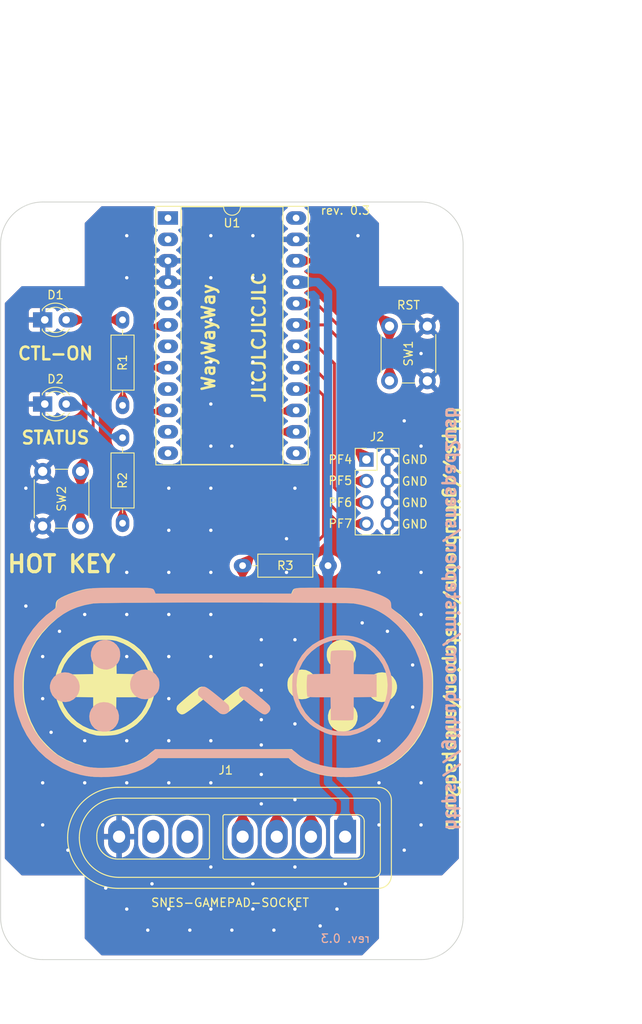
<source format=kicad_pcb>
(kicad_pcb (version 20240108) (generator "pcbnew") (generator_version "8.0")
  (title_block (title "snespad2usb") (rev "0.3") (company "mistepien"))
  (layers (0 "F.Cu" signal) (31 "B.Cu" signal) (34 "B.Paste" user) (35 "F.Paste" user) (36 "B.SilkS" user "B.Silkscreen") (37 "F.SilkS" user "F.Silkscreen") (38 "B.Mask" user) (39 "F.Mask" user) (44 "Edge.Cuts" user))
  (net 0 "")
  (net 1 "VCC")
  (net 2 "GND")
  (net 3 "/CLOCK")
  (net 4 "/STROBE")
  (net 6 "/DATA")
  (net 8 "/RST")
  (net 9 "Net-(SW2-A)")
  (net 10 "/PF4")
  (net 12 "/PF5")
  (net 13 "/PF6")
  (net 14 "/PF7")
  (net 17 "Net-(D1-A)")
  (net 19 "Net-(D2-A)")
  (net 25 "/CTL-LED")
  (net 26 "/STATUSLED")
  (footprint "Button_Switch_THT:SW_PUSH_6mm_H4.3mm" (layer "F.Cu") (at 69.5 78 -90)
    (property "Reference" "SW2" (at 3.25 2.25 90) (layer "F.SilkS"))
    (property "Value" "HOT KEY" (at 11 2.25 0) (layer "F.SilkS") (effects (font (size 2 2) (thickness 0.4) (bold yes))))
    (pad "1" thru_hole circle (at 0 0) (size 2 2) (drill 1.1) (layers "*.Cu" "*.Mask") (net 9 "Net-(SW2-A)"))
    (pad "1" thru_hole circle (at 6.5 0) (size 2 2) (drill 1.1) (layers "*.Cu" "*.Mask") (net 9 "Net-(SW2-A)"))
    (pad "2" thru_hole circle (at 0 4.5) (size 2 2) (drill 1.1) (layers "*.Cu" "*.Mask") (net 2 "GND"))
    (pad "2" thru_hole circle (at 6.5 4.5) (size 2 2) (drill 1.1) (layers "*.Cu" "*.Mask") (net 2 "GND"))
  )
  (footprint "misc:R_Axial_DIN0207_L6.3mm_D2.5mm_P10.16mm_Horizontal_Oval" (layer "F.Cu") (at 88.778 89.2)
    (property "Reference" "R3" (at 5.08 0 0) (layer "F.SilkS"))
    (property "Value" "R10KΩ" (hide yes))
    (pad "1" thru_hole oval (at 0 0) (size 2.1 1.6) (drill 0.8) (layers "*.Cu" "*.Mask") (net 6 "/DATA"))
    (pad "2" thru_hole oval (at 10.16 0) (size 2.1 1.6) (drill 0.8) (layers "*.Cu" "*.Mask") (net 1 "VCC"))
  )
  (footprint "misc:SNES_gamepad_connector_L_horizontal" (layer "F.Cu") (at 73.538 126.734)
    (property "Reference" "J1" (at 13.232 -13.234 0) (layer "F.SilkS"))
    (property "Value" "SNES-GAMEPAD-SOCKET" (at 13.75 2.5 0) (layer "F.SilkS"))
    (pad "1" thru_hole rect (at 27.432 -5.334 180) (size 2.6 4) (drill 1.4478) (layers "*.Cu" "*.Mask") (net 1 "VCC"))
    (pad "2" thru_hole oval (at 23.368 -5.334 180) (size 2.6 4) (drill 1.4478) (layers "*.Cu" "*.Mask") (net 3 "/CLOCK"))
    (pad "3" thru_hole oval (at 19.304 -5.334 180) (size 2.6 4) (drill 1.4478) (layers "*.Cu" "*.Mask") (net 4 "/STROBE"))
    (pad "4" thru_hole oval (at 15.24 -5.334 180) (size 2.6 4) (drill 1.4478) (layers "*.Cu" "*.Mask") (net 6 "/DATA"))
    (pad "5" thru_hole oval (at 8.676 -5.334 180) (size 2.6 4) (drill 1.4478) (layers "*.Cu" "*.Mask"))
    (pad "6" thru_hole oval (at 4.612 -5.334 180) (size 2.6 4) (drill 1.4478) (layers "*.Cu" "*.Mask"))
    (pad "7" thru_hole oval (at 0.548 -5.334 180) (size 2.6 4) (drill 1.4478) (layers "*.Cu" "*.Mask") (net 2 "GND"))
  )
  (footprint "MountingHole:MountingHole_3.5mm" (layer "F.Cu") (at 65 131)
    (property "Reference" "H4" (hide yes))
    (property "Value" "MountingHole" (hide yes))
    (pad "" np_thru_hole circle (at 0 0) (size 3.5 3.5) (drill 3.5) (layers "*.Cu" "*.Mask"))
  )
  (footprint "MountingHole:MountingHole_3.5mm" (layer "F.Cu") (at 110 131)
    (property "Reference" "H3" (hide yes))
    (property "Value" "MountingHole" (hide yes))
    (pad "" np_thru_hole circle (at 0 0) (size 3.5 3.5) (drill 3.5) (layers "*.Cu" "*.Mask"))
  )
  (footprint "Package_DIP:DIP-24_W15.24mm_Socket_LongPads" (layer "F.Cu") (at 79.9 47.9)
    (property "Reference" "U1" (at 7.62 0.6 0) (layer "F.SilkS"))
    (property "Value" "Arduino_Pro_Micro" (hide yes))
    (pad "1" thru_hole rect (at 0 0) (size 2.4 1.6) (drill 0.8) (layers "*.Cu" "*.Mask"))
    (pad "2" thru_hole oval (at 0 2.54) (size 2.4 1.6) (drill 0.8) (layers "*.Cu" "*.Mask"))
    (pad "3" thru_hole oval (at 0 5.08) (size 2.4 1.6) (drill 0.8) (layers "*.Cu" "*.Mask") (net 2 "GND"))
    (pad "4" thru_hole oval (at 0 7.62) (size 2.4 1.6) (drill 0.8) (layers "*.Cu" "*.Mask") (net 2 "GND"))
    (pad "5" thru_hole oval (at 0 10.16) (size 2.4 1.6) (drill 0.8) (layers "*.Cu" "*.Mask"))
    (pad "6" thru_hole oval (at 0 12.7) (size 2.4 1.6) (drill 0.8) (layers "*.Cu" "*.Mask") (net 9 "Net-(SW2-A)"))
    (pad "7" thru_hole oval (at 0 15.24) (size 2.4 1.6) (drill 0.8) (layers "*.Cu" "*.Mask"))
    (pad "8" thru_hole oval (at 0 17.78) (size 2.4 1.6) (drill 0.8) (layers "*.Cu" "*.Mask") (net 25 "/CTL-LED"))
    (pad "9" thru_hole oval (at 0 20.32) (size 2.4 1.6) (drill 0.8) (layers "*.Cu" "*.Mask"))
    (pad "10" thru_hole oval (at 0 22.86) (size 2.4 1.6) (drill 0.8) (layers "*.Cu" "*.Mask") (net 26 "/STATUSLED"))
    (pad "11" thru_hole oval (at 0 25.4) (size 2.4 1.6) (drill 0.8) (layers "*.Cu" "*.Mask"))
    (pad "12" thru_hole oval (at 0 27.94) (size 2.4 1.6) (drill 0.8) (layers "*.Cu" "*.Mask"))
    (pad "13" thru_hole oval (at 15.24 27.94) (size 2.4 1.6) (drill 0.8) (layers "*.Cu" "*.Mask"))
    (pad "14" thru_hole oval (at 15.24 25.4) (size 2.4 1.6) (drill 0.8) (layers "*.Cu" "*.Mask") (net 4 "/STROBE"))
    (pad "15" thru_hole oval (at 15.24 22.86) (size 2.4 1.6) (drill 0.8) (layers "*.Cu" "*.Mask") (net 6 "/DATA"))
    (pad "16" thru_hole oval (at 15.24 20.32) (size 2.4 1.6) (drill 0.8) (layers "*.Cu" "*.Mask") (net 3 "/CLOCK"))
    (pad "17" thru_hole oval (at 15.24 17.78) (size 2.4 1.6) (drill 0.8) (layers "*.Cu" "*.Mask") (net 14 "/PF7"))
    (pad "18" thru_hole oval (at 15.24 15.24) (size 2.4 1.6) (drill 0.8) (layers "*.Cu" "*.Mask") (net 13 "/PF6"))
    (pad "19" thru_hole oval (at 15.24 12.7) (size 2.4 1.6) (drill 0.8) (layers "*.Cu" "*.Mask") (net 12 "/PF5"))
    (pad "20" thru_hole oval (at 15.24 10.16) (size 2.4 1.6) (drill 0.8) (layers "*.Cu" "*.Mask") (net 10 "/PF4"))
    (pad "21" thru_hole oval (at 15.24 7.62) (size 2.4 1.6) (drill 0.8) (layers "*.Cu" "*.Mask") (net 1 "VCC"))
    (pad "22" thru_hole oval (at 15.24 5.08) (size 2.4 1.6) (drill 0.8) (layers "*.Cu" "*.Mask") (net 8 "/RST"))
    (pad "23" thru_hole oval (at 15.24 2.54) (size 2.4 1.6) (drill 0.8) (layers "*.Cu" "*.Mask") (net 2 "GND"))
    (pad "24" thru_hole oval (at 15.24 0) (size 2.4 1.6) (drill 0.8) (layers "*.Cu" "*.Mask"))
  )
  (footprint "misc:LED_D3.0mm_Oval" (layer "F.Cu") (at 65.25 60)
    (property "Reference" "D1" (at 1.27 -2.96 0) (layer "F.SilkS"))
    (property "Value" "CTL-ON" (at 1.27 4 0) (layer "F.SilkS") (effects (font (size 1.5 1.5) (thickness 0.3))))
    (pad "1" thru_hole rect (at 0 0 90) (size 1.8 2.3) (drill 0.9 (offset 0 -0.25)) (layers "*.Cu" "*.Mask") (net 2 "GND"))
    (pad "2" thru_hole oval (at 2.54 0 90) (size 1.8 2.3) (drill 0.9 (offset 0 0.25)) (layers "*.Cu" "*.Mask") (net 17 "Net-(D1-A)"))
  )
  (footprint "misc:LED_D3.0mm_Oval" (layer "F.Cu") (at 65.25 70)
    (property "Reference" "D2" (at 1.27 -2.96 0) (layer "F.SilkS"))
    (property "Value" "STATUS" (at 1.27 4 0) (layer "F.SilkS") (effects (font (size 1.5 1.5) (thickness 0.3) (bold yes))))
    (pad "1" thru_hole rect (at 0 0 90) (size 1.8 2.3) (drill 0.9 (offset 0 -0.25)) (layers "*.Cu" "*.Mask") (net 2 "GND"))
    (pad "2" thru_hole oval (at 2.54 0 90) (size 1.8 2.3) (drill 0.9 (offset 0 0.25)) (layers "*.Cu" "*.Mask") (net 19 "Net-(D2-A)"))
  )
  (footprint "misc:R_Axial_DIN0207_L6.3mm_D2.5mm_P10.16mm_Horizontal_Oval" (layer "F.Cu") (at 74.5 70.16 90)
    (property "Reference" "R1" (at 5.08 0 90) (layer "F.SilkS"))
    (property "Value" "RxΩ" (hide yes))
    (pad "1" thru_hole oval (at 0 0 90) (size 2.1 1.6) (drill 0.8) (layers "*.Cu" "*.Mask") (net 25 "/CTL-LED"))
    (pad "2" thru_hole oval (at 10.16 0 90) (size 2.1 1.6) (drill 0.8) (layers "*.Cu" "*.Mask") (net 17 "Net-(D1-A)"))
  )
  (footprint "misc:SNES_LOGO_50x23mm" (layer "F.Cu") (at 86.5 103)
    (property "Reference" "G***" (hide yes))
    (property "Value" "LOGO" (hide yes))
  )
  (footprint "Button_Switch_THT:SW_PUSH_6mm_H4.3mm" (layer "F.Cu") (at 106.25 67.25 90)
    (property "Reference" "SW1" (at 3.25 2.25 90) (layer "F.SilkS"))
    (property "Value" "RST" (at 9 2.25 0) (layer "F.SilkS"))
    (pad "1" thru_hole circle (at 0 0 180) (size 2 2) (drill 1.1) (layers "*.Cu" "*.Mask") (net 8 "/RST"))
    (pad "1" thru_hole circle (at 6.5 0 180) (size 2 2) (drill 1.1) (layers "*.Cu" "*.Mask") (net 8 "/RST"))
    (pad "2" thru_hole circle (at 0 4.5 180) (size 2 2) (drill 1.1) (layers "*.Cu" "*.Mask") (net 2 "GND"))
    (pad "2" thru_hole circle (at 6.5 4.5 180) (size 2 2) (drill 1.1) (layers "*.Cu" "*.Mask") (net 2 "GND"))
  )
  (footprint "MountingHole:MountingHole_3.5mm" (layer "F.Cu") (at 65 51)
    (property "Reference" "H1" (hide yes))
    (property "Value" "MountingHole" (hide yes))
    (pad "" np_thru_hole circle (at 0 0) (size 3.5 3.5) (drill 3.5) (layers "*.Cu" "*.Mask"))
  )
  (footprint "misc:R_Axial_DIN0207_L6.3mm_D2.5mm_P10.16mm_Horizontal_Oval" (layer "F.Cu") (at 74.5 84.16 90)
    (property "Reference" "R2" (at 5.08 0 90) (layer "F.SilkS"))
    (property "Value" "RxΩ" (hide yes))
    (pad "1" thru_hole oval (at 0 0 90) (size 2.1 1.6) (drill 0.8) (layers "*.Cu" "*.Mask") (net 26 "/STATUSLED"))
    (pad "2" thru_hole oval (at 10.16 0 90) (size 2.1 1.6) (drill 0.8) (layers "*.Cu" "*.Mask") (net 19 "Net-(D2-A)"))
  )
  (footprint "Connector_PinHeader_2.54mm:PinHeader_2x04_P2.54mm_Vertical" (layer "F.Cu") (at 103.5 76.6)
    (property "Reference" "J2" (at 1.27 -2.7 0) (layer "F.SilkS"))
    (property "Value" "Conn_02x04_Odd_Even" (hide yes))
    (fp_text user "GND" (at 5.75 0 0) (layer "F.SilkS"))
    (fp_text user "PF7" (at -3.1 7.6 0) (layer "F.SilkS"))
    (fp_text user "GND" (at 5.75 2.589 0) (layer "F.SilkS"))
    (fp_text user "GND" (at 5.75 5.129 0) (layer "F.SilkS"))
    (fp_text user "GND" (at 5.75 7.669 0) (layer "F.SilkS"))
    (fp_text user "PF5" (at -3.1 2.5 0) (layer "F.SilkS"))
    (fp_text user "PF4" (at -3.1 0 0) (layer "F.SilkS"))
    (fp_text user "PF6" (at -3.1 5.1 0) (layer "F.SilkS"))
    (pad "1" thru_hole rect (at 0 0) (size 1.7 1.7) (drill 1) (layers "*.Cu" "*.Mask") (net 10 "/PF4"))
    (pad "2" thru_hole oval (at 2.54 0) (size 1.7 1.7) (drill 1) (layers "*.Cu" "*.Mask") (net 2 "GND"))
    (pad "3" thru_hole oval (at 0 2.54) (size 1.7 1.7) (drill 1) (layers "*.Cu" "*.Mask") (net 12 "/PF5"))
    (pad "4" thru_hole oval (at 2.54 2.54) (size 1.7 1.7) (drill 1) (layers "*.Cu" "*.Mask") (net 2 "GND"))
    (pad "5" thru_hole oval (at 0 5.08) (size 1.7 1.7) (drill 1) (layers "*.Cu" "*.Mask") (net 13 "/PF6"))
    (pad "6" thru_hole oval (at 2.54 5.08) (size 1.7 1.7) (drill 1) (layers "*.Cu" "*.Mask") (net 2 "GND"))
    (pad "7" thru_hole oval (at 0 7.62) (size 1.7 1.7) (drill 1) (layers "*.Cu" "*.Mask") (net 14 "/PF7"))
    (pad "8" thru_hole oval (at 2.54 7.62) (size 1.7 1.7) (drill 1) (layers "*.Cu" "*.Mask") (net 2 "GND"))
  )
  (footprint "MountingHole:MountingHole_3.5mm" (layer "F.Cu") (at 110 51)
    (property "Reference" "H2" (hide yes))
    (property "Value" "MountingHole" (hide yes))
    (pad "" np_thru_hole circle (at 0 0) (size 3.5 3.5) (drill 3.5) (layers "*.Cu" "*.Mask"))
  )
  (footprint "misc:SNES_LOGO_50x23mm" (layer "B.Cu") (at 86.5 103 180)
    (property "Reference" "G***" (hide yes))
    (property "Value" "LOGO" (hide yes))
  )
  (gr_arc (start 115 131) (mid 113.535534 134.535534) (end 110 136) (stroke (width 0.1)) (layer "Edge.Cuts"))
  (gr_line (start 60 51) (end 60 131) (stroke (width 0.1)) (layer "Edge.Cuts"))
  (gr_line (start 110 46) (end 65 46) (stroke (width 0.1)) (layer "Edge.Cuts"))
  (gr_arc (start 110 46) (mid 113.535534 47.464466) (end 115 51) (stroke (width 0.1)) (layer "Edge.Cuts"))
  (gr_line (start 65 136) (end 110 136) (stroke (width 0.1)) (layer "Edge.Cuts"))
  (gr_line (start 115 131) (end 115 51) (stroke (width 0.1)) (layer "Edge.Cuts"))
  (gr_arc (start 65 136) (mid 61.464466 134.535534) (end 60 131) (stroke (width 0.1)) (layer "Edge.Cuts"))
  (gr_arc (start 60 51) (mid 61.464466 47.464466) (end 65 46) (stroke (width 0.1)) (layer "Edge.Cuts"))
  (gr_text "rev. ${REVISION}" (at 101 133.5 0) (layer "B.SilkS") (effects (font (size 1 1)) (justify mirror)))
  (gr_text "https://github.com/mistepien/${TITLE}" (at 113.70865 95.465451 -90) (layer "B.SilkS") (effects (font (size 1.5 1.5) (thickness 0.3)) (justify mirror)))
  (gr_text "https://github.com/mistepien/${TITLE}" (at 113.75 95.5 270) (layer "F.SilkS") (effects (font (size 1.5 1.5) (thickness 0.3))))
  (gr_text "WayWayWay" (at 85.6 68.6 90) (layer "F.SilkS") (effects (font (size 1.5 1.5) (thickness 0.3) (bold yes)) (justify left bottom)))
  (gr_text "rev. ${REVISION}" (at 101 47 0) (layer "F.SilkS") (effects (font (size 1 1))))
  (gr_text "JLCJLCJLCJLC" (at 91.6 70 90) (layer "F.SilkS") (effects (font (size 1.5 1.5) (thickness 0.3) (bold yes)) (justify left bottom)))
  (segment (start 98.938 89.2) (end 98.938 56.738) (width 1) (layer "B.Cu") (net 1))
  (segment (start 97.72 55.52) (end 95.14 55.52) (width 1) (layer "B.Cu") (net 1))
  (segment (start 100.97 121.4) (end 100.97 116.97) (width 1) (layer "B.Cu") (net 1))
  (segment (start 98.938 56.738) (end 97.72 55.52) (width 1) (layer "B.Cu") (net 1))
  (segment (start 100.97 116.97) (end 98.938 114.938) (width 1) (layer "B.Cu") (net 1))
  (segment (start 98.938 89.2) (end 98.938 114.938) (width 1) (layer "B.Cu") (net 1))
  (via (at 65 100) (size 0.8) (drill 0.4) (layers "F.Cu" "B.Cu") (net 2))
  (via (at 110 95) (size 0.8) (drill 0.4) (layers "F.Cu" "B.Cu") (net 2))
  (via (at 87.5 132.5) (size 0.8) (drill 0.4) (layers "F.Cu" "B.Cu") (net 2))
  (via (at 90 60) (size 0.8) (drill 0.4) (layers "F.Cu" "B.Cu") (net 2))
  (via (at 105 110) (size 0.8) (drill 0.4) (layers "F.Cu" "B.Cu") (net 2))
  (via (at 75 50) (size 0.8) (drill 0.4) (layers "F.Cu" "B.Cu") (net 2))
  (via (at 65 105) (size 0.8) (drill 0.4) (layers "F.Cu" "B.Cu") (net 2))
  (via (at 85 60) (size 0.8) (drill 0.4) (layers "F.Cu" "B.Cu") (net 2))
  (via (at 80 80) (size 0.8) (drill 0.4) (layers "F.Cu" "B.Cu") (net 2))
  (via (at 75 115) (size 0.8) (drill 0.4) (layers "F.Cu" "B.Cu") (net 2))
  (via (at 91 107.5) (size 0.8) (drill 0.4) (layers "F.Cu" "B.Cu") (net 2))
  (via (at 90 127) (size 0.8) (drill 0.4) (layers "F.Cu" "B.Cu") (net 2))
  (via (at 85 50) (size 0.8) (drill 0.4) (layers "F.Cu" "B.Cu") (net 2))
  (via (at 70 95) (size 0.8) (drill 0.4) (layers "F.Cu" "B.Cu") (net 2))
  (via (at 80 90) (size 0.8) (drill 0.4) (layers "F.Cu" "B.Cu") (net 2))
  (via (at 85 90) (size 0.8) (drill 0.4) (layers "F.Cu" "B.Cu") (net 2))
  (via (at 85 80) (size 0.8) (drill 0.4) (layers "F.Cu" "B.Cu") (net 2))
  (via (at 110 90) (size 0.8) (drill 0.4) (layers "F.Cu" "B.Cu") (net 2))
  (via (at 68 123) (size 0.8) (drill 0.4) (layers "F.Cu" "B.Cu") (net 2))
  (via (at 65 120) (size 0.8) (drill 0.4) (layers "F.Cu" "B.Cu") (net 2))
  (via (at 70 110) (size 0.8) (drill 0.4) (layers "F.Cu" "B.Cu") (net 2))
  (via (at 75 110) (size 0.8) (drill 0.4) (layers "F.Cu" "B.Cu") (net 2))
  (via (at 90 50) (size 0.8) (drill 0.4) (layers "F.Cu" "B.Cu") (net 2))
  (via (at 82.5 132.5) (size 0.8) (drill 0.4) (layers "F.Cu" "B.Cu") (net 2))
  (via (at 110 64) (size 0.8) (drill 0.4) (layers "F.Cu" "B.Cu") (net 2))
  (via (at 80 110) (size 0.8) (drill 0.4) (layers "F.Cu" "B.Cu") (net 2))
  (via (at 80 130) (size 0.8) (drill 0.4) (layers "F.Cu" "B.Cu") (net 2))
  (via (at 63 94) (size 0.8) (drill 0.4) (layers "F.Cu" "B.Cu") (net 2))
  (via (at 70 115) (size 0.8) (drill 0.4) (layers "F.Cu" "B.Cu") (net 2))
  (via (at 95 130) (size 0.8) (drill 0.4) (layers "F.Cu" "B.Cu") (net 2))
  (via (at 75 130) (size 0.8) (drill 0.4) (layers "F.Cu" "B.Cu") (net 2))
  (via (at 110 115) (size 0.8) (drill 0.4) (layers "F.Cu" "B.Cu") (net 2))
  (via (at 101 127) (size 0.8) (drill 0.4) (layers "F.Cu" "B.Cu") (net 2))
  (via (at 85 130) (size 0.8) (drill 0.4) (layers "F.Cu" "B.Cu") (net 2))
  (via (at 75 55) (size 0.8) (drill 0.4) (layers "F.Cu" "B.Cu") (net 2))
  (via (at 90 67.5) (size 0.8) (drill 0.4) (layers "F.Cu" "B.Cu") (net 2))
  (via (at 91 117.5) (size 0.8) (drill 0.4) (layers "F.Cu" "B.Cu") (net 2))
  (via (at 102.5 50) (size 0.8) (drill 0.4) (layers "F.Cu" "B.Cu") (net 2))
  (via (at 66 109) (size 0.8) (drill 0.4) (layers "F.Cu" "B.Cu") (net 2))
  (via (at 78 127) (size 0.8) (drill 0.4) (layers "F.Cu" "B.Cu") (net 2))
  (via (at 91 114) (size 0.8) (drill 0.4) (layers "F.Cu" "B.Cu") (net 2))
  (via (at 108 72) (size 0.8) (drill 0.4) (layers "F.Cu" "B.Cu") (net 2))
  (via (at 91 104) (size 0.8) (drill 0.4) (layers "F.Cu" "B.Cu") (net 2))
  (via (at 80 115) (size 0.8) (drill 0.4) (layers "F.Cu" "B.Cu") (net 2))
  (via (at 63 80) (size 0.8) (drill 0.4) (layers "F.Cu" "B.Cu") (net 2))
  (via (at 91 101) (size 0.8) (drill 0.4) (layers "F.Cu" "B.Cu") (net 2))
  (via (at 67 97) (size 0.8) (drill 0.4) (layers "F.Cu" "B.Cu") (net 2))
  (via (at 85 125) (size 0.8) (drill 0.4) (layers "F.Cu" "B.Cu") (net 2))
  (via (at 80 105) (size 0.8) (drill 0.4) (layers "F.Cu" "B.Cu") (net 2))
  (via (at 80 85) (size 0.8) (drill 0.4) (layers "F.Cu" "B.Cu") (net 2))
  (via (at 109 106) (size 0.8) (drill 0.4) (layers "F.Cu" "B.Cu") (net 2))
  (via (at 91 110.5) (size 0.8) (drill 0.4) (layers "F.Cu" "B.Cu") (net 2))
  (via (at 80 95) (size 0.8) (drill 0.4) (layers "F.Cu" "B.Cu") (net 2))
  (via (at 85 95) (size 0.8) (drill 0.4) (layers "F.Cu" "B.Cu") (net 2))
  (via (at 109 101) (size 0.8) (drill 0.4) (layers "F.Cu" "B.Cu") (net 2))
  (via (at 95 117) (size 0.8) (drill 0.4) (layers "F.Cu" "B.Cu") (net 2))
  (via (at 75 100) (size 0.8) (drill 0.4) (layers "F.Cu" "B.Cu") (net 2))
  (via (at 90 55) (size 0.8) (drill 0.4) (layers "F.Cu" "B.Cu") (net 2))
  (via (at 80 100) (size 0.8) (drill 0.4) (layers "F.Cu" "B.Cu") (net 2))
  (via (at 90 130) (size 0.8) (drill 0.4) (layers "F.Cu" "B.Cu") (net 2))
  (via (at 85 85) (size 0.8) (drill 0.4) (layers "F.Cu" "B.Cu") (net 2))
  (via (at 103 96) (size 0.8) (drill 0.4) (layers "F.Cu" "B.Cu") (net 2))
  (via (at 85 70) (size 0.8) (drill 0.4) (layers "F.Cu" "B.Cu") (net 2))
  (via (at 108 123) (size 0.8) (drill 0.4) (layers "F.Cu" "B.Cu") (net 2))
  (via (at 91 98) (size 0.8) (drill 0.4) (layers "F.Cu" "B.Cu") (net 2))
  (via (at 100 130) (size 0.8) (drill 0.4) (layers "F.Cu" "B.Cu") (net 2))
  (via (at 85 55) (size 0.8) (drill 0.4) (layers "F.Cu" "B.Cu") (net 2))
  (via (at 75 90) (size 0.8) (drill 0.4) (layers "F.Cu" "B.Cu") (net 2))
  (via (at 94 86) (size 0.8) (drill 0.4) (layers "F.Cu" "B.Cu") (net 2))
  (via (at 90 65) (size 0.8) (drill 0.4) (layers "F.Cu" "B.Cu") (net 2))
  (via (at 98 132) (size 0.8) (drill 0.4) (layers "F.Cu" "B.Cu") (net 2))
  (via (at 75 95) (size 0.8) (drill 0.4) (layers "F.Cu" "B.Cu") (net 2))
  (via (at 95 98) (size 0.8) (drill 0.4) (layers "F.Cu" "B.Cu") (net 2))
  (via (at 95 125) (size 0.8) (drill 0.4) (layers "F.Cu" "B.Cu") (net 2))
  (via (at 87.5 75) (size 0.8) (drill 0.4) (layers "F.Cu" "B.Cu") (net 2))
  (via (at 85 75) (size 0.8) (drill 0.4) (layers "F.Cu" "B.Cu") (net 2))
  (via (at 85 110) (size 0.8) (drill 0.4) (layers "F.Cu" "B.Cu") (net 2))
  (via (at 110 75) (size 0.8) (drill 0.4) (layers "F.Cu" "B.Cu") (net 2))
  (via (at 85 65) (size 0.8) (drill 0.4) (layers "F.Cu" "B.Cu") (net 2))
  (via (at 65 115) (size 0.8) (drill 0.4) (layers "F.Cu" "B.Cu") (net 2))
  (via (at 110 120) (size 0.8) (drill 0.4) (layers "F.Cu" "B.Cu") (net 2))
  (via (at 94 90) (size 0.8) (drill 0.4) (layers "F.Cu" "B.Cu") (net 2))
  (via (at 77.5 132.5) (size 0.8) (drill 0.4) (layers "F.Cu" "B.Cu") (net 2))
  (via (at 105 90) (size 0.8) (drill 0.4) (layers "F.Cu" "B.Cu") (net 2))
  (via (at 105 120) (size 0.8) (drill 0.4) (layers "F.Cu" "B.Cu") (net 2))
  (via (at 92.5 132.5) (size 0.8) (drill 0.4) (layers "F.Cu" "B.Cu") (net 2))
  (via (at 95 80) (size 0.8) (drill 0.4) (layers "F.Cu" "B.Cu") (net 2))
  (via (at 85 115) (size 0.8) (drill 0.4) (layers "F.Cu" "B.Cu") (net 2))
  (via (at 95 108) (size 0.8) (drill 0.4) (layers "F.Cu" "B.Cu") (net 2))
  (via (at 106 97) (size 0.8) (drill 0.4) (layers "F.Cu" "B.Cu") (net 2))
  (via (at 105 115) (size 0.8) (drill 0.4) (layers "F.Cu" "B.Cu") (net 2))
  (via (at 72.5 127.5) (size 0.8) (drill 0.4) (layers "F.Cu" "B.Cu") (net 2))
  (via (at 85 100) (size 0.8) (drill 0.4) (layers "F.Cu" "B.Cu") (net 2))
  (segment (start 96.906 87.094) (end 98.4 85.6) (width 0.35) (layer "F.Cu") (net 3))
  (segment (start 96.906 121.4) (end 96.906 87.094) (width 0.35) (layer "F.Cu") (net 3))
  (segment (start 98.4 85.6) (end 98.4 69) (width 0.35) (layer "F.Cu") (net 3))
  (segment (start 97.62 68.22) (end 95.14 68.22) (width 0.35) (layer "F.Cu") (net 3))
  (segment (start 98.4 69) (end 97.62 68.22) (width 0.35) (layer "F.Cu") (net 3))
  (segment (start 92.842 95.842) (end 91.4 94.4) (width 0.35) (layer "F.Cu") (net 4))
  (segment (start 92.842 121.4) (end 92.842 95.842) (width 0.35) (layer "F.Cu") (net 4))
  (segment (start 91.4 74.8) (end 92.9 73.3) (width 0.35) (layer "F.Cu") (net 4))
  (segment (start 91.4 94.4) (end 91.4 74.8) (width 0.35) (layer "F.Cu") (net 4))
  (segment (start 92.9 73.3) (end 95.14 73.3) (width 0.35) (layer "F.Cu") (net 4))
  (segment (start 93.44 70.76) (end 90.75 73.45) (width 0.35) (layer "F.Cu") (net 6))
  (segment (start 90.75 87.228) (end 88.778 89.2) (width 0.35) (layer "F.Cu") (net 6))
  (segment (start 95.14 70.76) (end 93.44 70.76) (width 0.35) (layer "F.Cu") (net 6))
  (segment (start 90.75 73.45) (end 90.75 87.228) (width 0.35) (layer "F.Cu") (net 6))
  (segment (start 88.778 89.2) (end 88.778 121.4) (width 0.35) (layer "F.Cu") (net 6))
  (segment (start 98.48 52.98) (end 106.25 60.75) (width 0.3) (layer "F.Cu") (net 8))
  (segment (start 106.25 60.75) (end 106.25 67.25) (width 0.3) (layer "F.Cu") (net 8))
  (segment (start 95.14 52.98) (end 98.48 52.98) (width 0.3) (layer "F.Cu") (net 8))
  (segment (start 78.4 60.6) (end 71 68) (width 0.35) (layer "F.Cu") (net 9))
  (segment (start 69.5 78) (end 69.5 84.5) (width 0.35) (layer "F.Cu") (net 9))
  (segment (start 71 75.39) (end 69.5 76.89) (width 0.35) (layer "F.Cu") (net 9))
  (segment (start 69.5 76.89) (end 69.5 78) (width 0.35) (layer "F.Cu") (net 9))
  (segment (start 79.9 60.6) (end 78.4 60.6) (width 0.35) (layer "F.Cu") (net 9))
  (segment (start 71 68) (end 71 75.39) (width 0.35) (layer "F.Cu") (net 9))
  (segment (start 103.5 76.6) (end 101 74.1) (width 0.35) (layer "F.Cu") (net 10))
  (segment (start 97.56 58.06) (end 95.14 58.06) (width 0.35) (layer "F.Cu") (net 10))
  (segment (start 101 61.5) (end 97.56 58.06) (width 0.35) (layer "F.Cu") (net 10))
  (segment (start 101 74.1) (end 101 61.5) (width 0.35) (layer "F.Cu") (net 10))
  (segment (start 100.35 78.1) (end 101.39 79.14) (width 0.35) (layer "F.Cu") (net 12))
  (segment (start 98.6 60.6) (end 100.35 62.35) (width 0.35) (layer "F.Cu") (net 12))
  (segment (start 101.39 79.14) (end 103.5 79.14) (width 0.35) (layer "F.Cu") (net 12))
  (segment (start 95.14 60.6) (end 98.6 60.6) (width 0.35) (layer "F.Cu") (net 12))
  (segment (start 100.35 62.35) (end 100.35 78.1) (width 0.35) (layer "F.Cu") (net 12))
  (segment (start 99.7 65.2) (end 99.7 79.95) (width 0.35) (layer "F.Cu") (net 13))
  (segment (start 95.14 63.14) (end 97.64 63.14) (width 0.35) (layer "F.Cu") (net 13))
  (segment (start 101.43 81.68) (end 103.5 81.68) (width 0.35) (layer "F.Cu") (net 13))
  (segment (start 97.64 63.14) (end 99.7 65.2) (width 0.35) (layer "F.Cu") (net 13))
  (segment (start 99.7 79.95) (end 101.43 81.68) (width 0.35) (layer "F.Cu") (net 13))
  (segment (start 99.05 67.55) (end 99.05 81.8) (width 0.35) (layer "F.Cu") (net 14))
  (segment (start 101.47 84.22) (end 103.5 84.22) (width 0.35) (layer "F.Cu") (net 14))
  (segment (start 97.18 65.68) (end 99.05 67.55) (width 0.35) (layer "F.Cu") (net 14))
  (segment (start 99.05 81.8) (end 101.47 84.22) (width 0.35) (layer "F.Cu") (net 14))
  (segment (start 95.14 65.68) (end 97.18 65.68) (width 0.35) (layer "F.Cu") (net 14))
  (segment (start 74.5 60) (end 67.79 60) (width 0.35) (layer "F.Cu") (net 17))
  (segment (start 73.28 74) (end 74.5 74) (width 0.35) (layer "B.Cu") (net 19))
  (segment (start 69.28 70) (end 73.28 74) (width 0.35) (layer "B.Cu") (net 19))
  (segment (start 67.79 70) (end 69.28 70) (width 0.35) (layer "B.Cu") (net 19))
  (segment (start 74.5 70.16) (end 74.5 68.5) (width 0.35) (layer "F.Cu") (net 25))
  (segment (start 77.32 65.68) (end 79.9 65.68) (width 0.35) (layer "F.Cu") (net 25))
  (segment (start 74.5 68.5) (end 77.32 65.68) (width 0.35) (layer "F.Cu") (net 25))
  (segment (start 78.24 70.76) (end 79.9 70.76) (width 0.35) (layer "F.Cu") (net 26))
  (segment (start 74.5 84.16) (end 74.5 79.5) (width 0.35) (layer "F.Cu") (net 26))
  (segment (start 77.5 76.5) (end 77.5 71.5) (width 0.35) (layer "F.Cu") (net 26))
  (segment (start 77.5 71.5) (end 78.24 70.76) (width 0.35) (layer "F.Cu") (net 26))
  (segment (start 74.5 79.5) (end 77.5 76.5) (width 0.35) (layer "F.Cu") (net 26))
  (zone (net 2) (net_name "GND") (layers "F&B.Cu") (connect_pads (clearance 0.508)) (min_thickness 0.3) (fill yes (thermal_gap 0.508) (thermal_bridge_width 0.635) (smoothing chamfer) (radius 2))
    (polygon (pts (xy 105 135.5) (xy 70 135.5) (xy 70 46.5) (xy 105 46.5)))
  )
  (zone (net 2) (net_name "GND") (layers "F&B.Cu") (connect_pads (clearance 0.508)) (min_thickness 0.3) (fill yes (thermal_gap 0.508) (thermal_bridge_width 0.635) (smoothing chamfer) (radius 2))
    (polygon (pts (xy 114.5 126) (xy 60.5 126) (xy 60.5 56) (xy 114.5 56)))
  )
)
</source>
